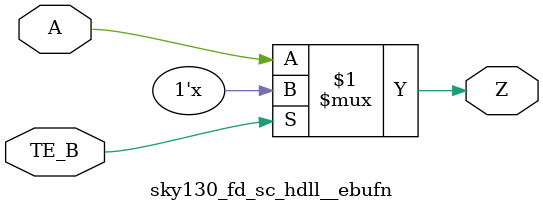
<source format=v>
/*
 * Copyright 2020 The SkyWater PDK Authors
 *
 * Licensed under the Apache License, Version 2.0 (the "License");
 * you may not use this file except in compliance with the License.
 * You may obtain a copy of the License at
 *
 *     https://www.apache.org/licenses/LICENSE-2.0
 *
 * Unless required by applicable law or agreed to in writing, software
 * distributed under the License is distributed on an "AS IS" BASIS,
 * WITHOUT WARRANTIES OR CONDITIONS OF ANY KIND, either express or implied.
 * See the License for the specific language governing permissions and
 * limitations under the License.
 *
 * SPDX-License-Identifier: Apache-2.0
*/


`ifndef SKY130_FD_SC_HDLL__EBUFN_FUNCTIONAL_V
`define SKY130_FD_SC_HDLL__EBUFN_FUNCTIONAL_V

/**
 * ebufn: Tri-state buffer, negative enable.
 *
 * Verilog simulation functional model.
 */

`timescale 1ns / 1ps
`default_nettype none

`celldefine
module sky130_fd_sc_hdll__ebufn (
    Z   ,
    A   ,
    TE_B
);

    // Module ports
    output Z   ;
    input  A   ;
    input  TE_B;

    //     Name     Output  Other arguments
    bufif0 bufif00 (Z     , A, TE_B        );

endmodule
`endcelldefine

`default_nettype wire
`endif  // SKY130_FD_SC_HDLL__EBUFN_FUNCTIONAL_V

</source>
